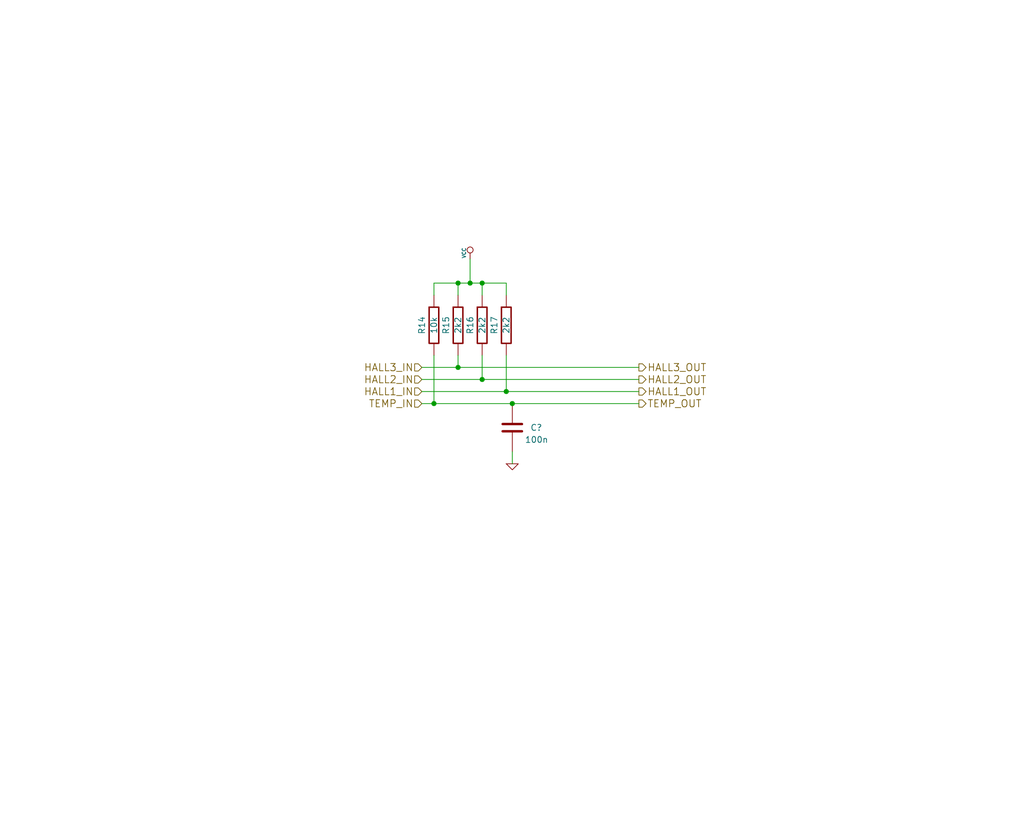
<source format=kicad_sch>
(kicad_sch (version 20231120) (generator "eeschema") (generator_version "8.0")
  (paper "User" 215.798 175.412)
  (title_block (title "Cheap FOCer 2") (date "2020-04-08") (rev "0.9") (company "Shaman Systems") (comment 1 "Root") (comment 4 "Top level"))
  (lib_symbols
    (symbol "BLDC_4-rescue:C-RESCUE-BLDC_4" (pin_numbers hide) (pin_names (offset 0.254))
      (property "Reference" "C" (at 0 2.54 0))
      (property "Value" "C-RESCUE-BLDC_4" (at 0.1524 -2.159 0))
      (symbol "C-RESCUE-BLDC_4_0_1"
        (polyline (pts (xy -2.032 -0.762) (xy 2.032 -0.762)) (stroke (width 0.508)))
        (polyline (pts (xy -2.032 0.762) (xy 2.032 0.762)) (stroke (width 0.508)))
      )
      (symbol "C-RESCUE-BLDC_4_1_1"
        (pin passive line (at 0 5.08 270) (length 4.318) (name "~") (number "1"))
        (pin passive line (at 0 -5.08 90) (length 4.318) (name "~") (number "2"))
      )
    )
    (symbol "BLDC_4-rescue:GND-RESCUE-BLDC_4" (power) (pin_names (offset 0))
      (symbol "GND-RESCUE-BLDC_4_0_1"
        (polyline (pts (xy -1.27 0) (xy 0 -1.27) (xy 1.27 0) (xy -1.27 0)))
      )
      (symbol "GND-RESCUE-BLDC_4_1_1"
        (pin power_in line (at 0 0 90) (length 0) hide (name "GND") (number "1"))
      )
    )
    (symbol "BLDC_4-rescue:R-RESCUE-BLDC_4" (pin_numbers hide) (pin_names (offset 0))
      (property "Reference" "R" (at 2.032 0 90))
      (property "Value" "R-RESCUE-BLDC_4" (at 0.1778 0.0254 90))
      (symbol "R-RESCUE-BLDC_4_0_1"
        (rectangle (start -1.016 3.81) (end 1.016 -3.81) (stroke (width 0.3048)))
      )
      (symbol "R-RESCUE-BLDC_4_1_1"
        (pin passive line (at 0 6.35 270) (length 2.54) (name "~") (number "1"))
        (pin passive line (at 0 -6.35 90) (length 2.54) (name "~") (number "2"))
      )
    )
    (symbol "BLDC_4-rescue:VCC" (power) (pin_names (offset 0))
      (property "Value" "VCC" (at 0 3.81 0))
      (symbol "VCC_0_1"
        (polyline (pts (xy 0 0) (xy 0 1.27)))
        (circle (center 0 1.905) (radius 0.635))
      )
      (symbol "VCC_1_1"
        (pin power_in line (at 0 0 90) (length 0) hide (name "VCC") (number "1"))
      )
    )
  )
  (junction (at 101.6 80.01))
  (junction (at 107.95 85.09))
  (junction (at 99.06 59.69))
  (junction (at 91.44 85.09))
  (junction (at 101.6 59.69))
  (junction (at 96.52 59.69))
  (junction (at 106.68 82.55))
  (junction (at 96.52 77.47))
  (wire (pts (xy 101.6 59.69) (xy 106.68 59.69)))
  (wire (pts (xy 99.06 59.69) (xy 101.6 59.69)))
  (wire (pts (xy 91.44 74.93) (xy 91.44 85.09)))
  (wire (pts (xy 101.6 80.01) (xy 134.62 80.01)))
  (wire (pts (xy 101.6 59.69) (xy 101.6 62.23)))
  (wire (pts (xy 88.9 82.55) (xy 106.68 82.55)))
  (wire (pts (xy 88.9 77.47) (xy 96.52 77.47)))
  (wire (pts (xy 106.68 59.69) (xy 106.68 62.23)))
  (wire (pts (xy 101.6 74.93) (xy 101.6 80.01)))
  (wire (pts (xy 91.44 59.69) (xy 91.44 62.23)))
  (wire (pts (xy 96.52 77.47) (xy 134.62 77.47)))
  (wire (pts (xy 107.95 95.25) (xy 107.95 97.79)))
  (wire (pts (xy 107.95 85.09) (xy 134.62 85.09)))
  (wire (pts (xy 91.44 59.69) (xy 96.52 59.69)))
  (wire (pts (xy 91.44 85.09) (xy 107.95 85.09)))
  (wire (pts (xy 88.9 80.01) (xy 101.6 80.01)))
  (wire (pts (xy 99.06 54.61) (xy 99.06 59.69)))
  (wire (pts (xy 88.9 85.09) (xy 91.44 85.09)))
  (wire (pts (xy 96.52 62.23) (xy 96.52 59.69)))
  (wire (pts (xy 96.52 59.69) (xy 99.06 59.69)))
  (wire (pts (xy 106.68 74.93) (xy 106.68 82.55)))
  (wire (pts (xy 106.68 82.55) (xy 134.62 82.55)))
  (wire (pts (xy 96.52 74.93) (xy 96.52 77.47)))
  (hierarchical_label "TEMP_OUT" (shape output) (at 134.62 85.09 0) (effects (font (size 1.524 1.524))))
  (hierarchical_label "HALL3_IN" (shape input) (at 88.9 77.47 180) (effects (font (size 1.524 1.524))))
  (hierarchical_label "HALL3_OUT" (shape output) (at 134.62 77.47 0) (effects (font (size 1.524 1.524))))
  (hierarchical_label "HALL2_IN" (shape input) (at 88.9 80.01 180) (effects (font (size 1.524 1.524))))
  (hierarchical_label "HALL2_OUT" (shape output) (at 134.62 80.01 0) (effects (font (size 1.524 1.524))))
  (hierarchical_label "HALL1_OUT" (shape output) (at 134.62 82.55 0) (effects (font (size 1.524 1.524))))
  (hierarchical_label "TEMP_IN" (shape input) (at 88.9 85.09 180) (effects (font (size 1.524 1.524))))
  (hierarchical_label "HALL1_IN" (shape input) (at 88.9 82.55 180) (effects (font (size 1.524 1.524))))
  (symbol (lib_id "BLDC_4-rescue:R-RESCUE-BLDC_4") (at 91.44 68.58 180) (unit 1)
    (property "Reference" "R14" (at 88.9 68.58 90))
    (property "Value" "10k" (at 91.44 68.58 90))
    (property "Footprint" "Resistor_SMD:R_0603_1608Metric" (effects (hide yes)))
  )
  (symbol (lib_id "BLDC_4-rescue:R-RESCUE-BLDC_4") (at 96.52 68.58 180) (unit 1)
    (property "Reference" "R15" (at 93.98 68.58 90))
    (property "Value" "2k2" (at 96.52 68.58 90))
    (property "Footprint" "Resistor_SMD:R_0603_1608Metric" (effects (hide yes)))
  )
  (symbol (lib_id "BLDC_4-rescue:R-RESCUE-BLDC_4") (at 101.6 68.58 180) (unit 1)
    (property "Reference" "R16" (at 99.06 68.58 90))
    (property "Value" "2k2" (at 101.6 68.58 90))
    (property "Footprint" "Resistor_SMD:R_0603_1608Metric" (effects (hide yes)))
  )
  (symbol (lib_id "BLDC_4-rescue:R-RESCUE-BLDC_4") (at 106.68 68.58 180) (unit 1)
    (property "Reference" "R17" (at 104.14 68.58 90))
    (property "Value" "2k2" (at 106.68 68.58 90))
    (property "Footprint" "Resistor_SMD:R_0603_1608Metric" (effects (hide yes)))
  )
  (symbol (lib_id "BLDC_4-rescue:VCC") (at 99.06 54.61 0) (unit 1)
    (property "Reference" "#PWR023" (effects (hide yes)))
    (property "Value" "VCC" (at 97.79 53.34 90) (effects (font (size 0.762 0.762))))
  )
  (symbol (lib_id "BLDC_4-rescue:C-RESCUE-BLDC_4") (at 107.95 90.17 180) (unit 1)
    (property "Reference" "C6" (at 114.3 90.17 0) (effects (justify left)))
    (property "Value" "100n" (at 115.57 92.71 0) (effects (justify left)))
    (property "Footprint" "Capacitor_SMD:C_0603_1608Metric" (effects (hide yes)))
    (instances (project "" (path "" (reference "C?") (unit 1)) (path "" (reference "C6") (unit 1))))
  )
  (symbol (lib_id "BLDC_4-rescue:GND-RESCUE-BLDC_4") (at 107.95 97.79 0) (unit 1)
    (property "Reference" "#PWR024" (effects (hide yes)))
    (property "Value" "GND" (effects (hide yes)))
    (instances (project "" (path "" (reference "#PWR?") (unit 1)) (path "" (reference "#PWR024") (unit 1))))
  )
)
</source>
